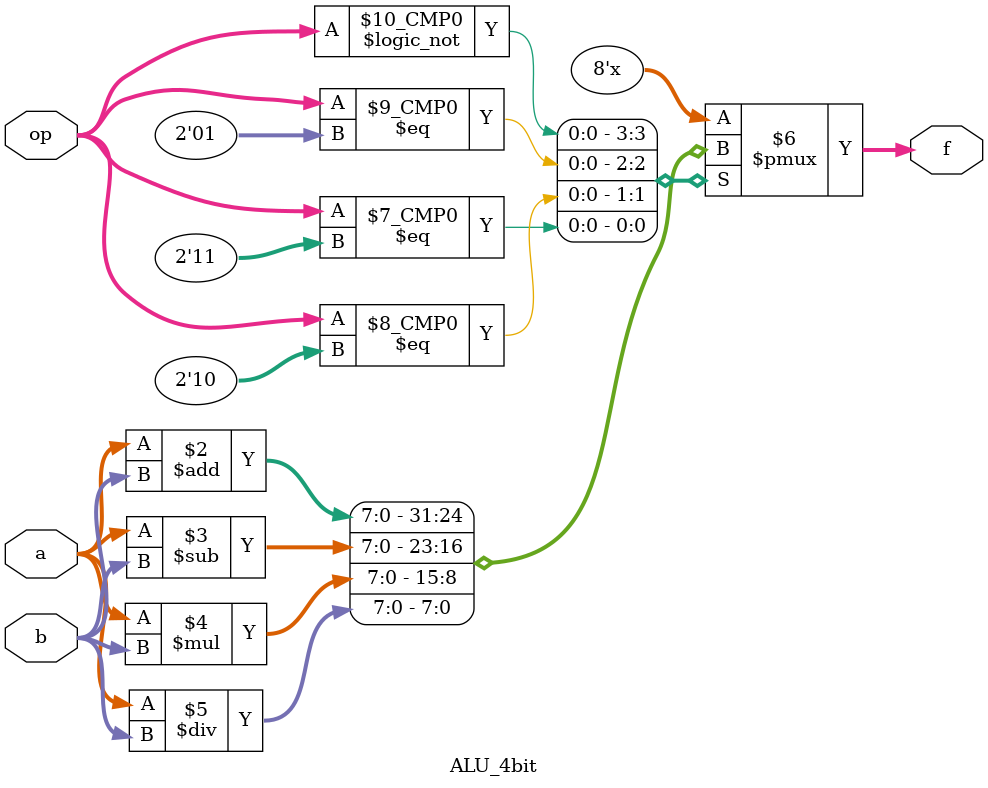
<source format=v>
module ALU_4bit (f, a, b, op);
    input [1: 0] op;
    input [7: 0] a, b;

    output reg [7: 0] f;

    parameter ADD = 2'b00, SUB = 2'b01, MUL = 2'b10, DIV = 2'b11;

    always @ (*)
    begin
        case (op)
        ADD: f <= a + b;
        SUB: f <= a - b;
        MUL: f <= a * b;
        DIV: f <= a/b;

        endcase
    end
endmodule
</source>
